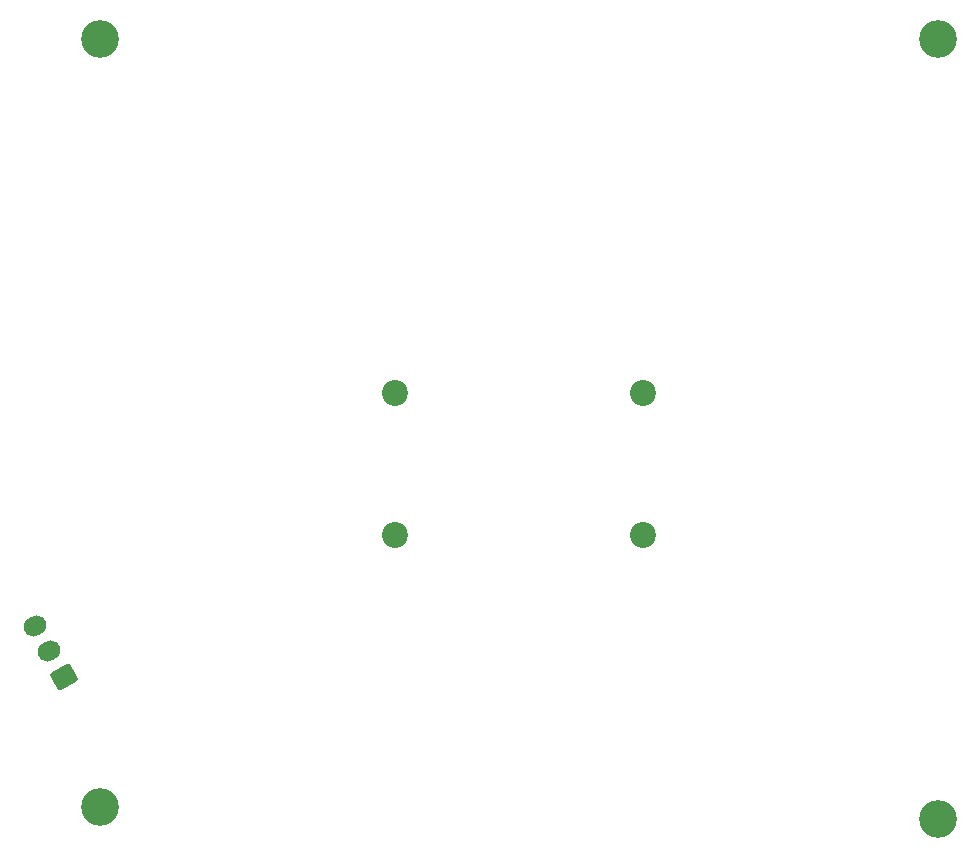
<source format=gbr>
%TF.GenerationSoftware,KiCad,Pcbnew,9.0.7-9.0.7~ubuntu24.04.1*%
%TF.CreationDate,2026-01-05T15:50:35+05:30*%
%TF.ProjectId,RPI_Cam3_RL,5250495f-4361-46d3-935f-524c2e6b6963,rev?*%
%TF.SameCoordinates,Original*%
%TF.FileFunction,Soldermask,Bot*%
%TF.FilePolarity,Negative*%
%FSLAX46Y46*%
G04 Gerber Fmt 4.6, Leading zero omitted, Abs format (unit mm)*
G04 Created by KiCad (PCBNEW 9.0.7-9.0.7~ubuntu24.04.1) date 2026-01-05 15:50:35*
%MOMM*%
%LPD*%
G01*
G04 APERTURE LIST*
G04 Aperture macros list*
%AMRoundRect*
0 Rectangle with rounded corners*
0 $1 Rounding radius*
0 $2 $3 $4 $5 $6 $7 $8 $9 X,Y pos of 4 corners*
0 Add a 4 corners polygon primitive as box body*
4,1,4,$2,$3,$4,$5,$6,$7,$8,$9,$2,$3,0*
0 Add four circle primitives for the rounded corners*
1,1,$1+$1,$2,$3*
1,1,$1+$1,$4,$5*
1,1,$1+$1,$6,$7*
1,1,$1+$1,$8,$9*
0 Add four rect primitives between the rounded corners*
20,1,$1+$1,$2,$3,$4,$5,0*
20,1,$1+$1,$4,$5,$6,$7,0*
20,1,$1+$1,$6,$7,$8,$9,0*
20,1,$1+$1,$8,$9,$2,$3,0*%
%AMHorizOval*
0 Thick line with rounded ends*
0 $1 width*
0 $2 $3 position (X,Y) of the first rounded end (center of the circle)*
0 $4 $5 position (X,Y) of the second rounded end (center of the circle)*
0 Add line between two ends*
20,1,$1,$2,$3,$4,$5,0*
0 Add two circle primitives to create the rounded ends*
1,1,$1,$2,$3*
1,1,$1,$4,$5*%
G04 Aperture macros list end*
%ADD10C,2.200000*%
%ADD11RoundRect,0.250000X0.927868X-0.157115X0.327868X0.882115X-0.927868X0.157115X-0.327868X-0.882115X0*%
%ADD12HorizOval,1.700000X0.108253X0.062500X-0.108253X-0.062500X0*%
%ADD13C,3.200000*%
G04 APERTURE END LIST*
D10*
%TO.C,H3*%
X160000000Y-105000000D03*
%TD*%
%TO.C,H2*%
X139000000Y-117000000D03*
%TD*%
%TO.C,H1*%
X139000000Y-105000000D03*
%TD*%
D11*
%TO.C,J1*%
X111000000Y-129000000D03*
D12*
X109750000Y-126834936D03*
X108500000Y-124669873D03*
%TD*%
D13*
%TO.C,H8*%
X114000000Y-140000000D03*
%TD*%
D10*
%TO.C,H4*%
X160000000Y-117000000D03*
%TD*%
D13*
%TO.C,H6*%
X114000000Y-75000000D03*
%TD*%
%TO.C,H5*%
X185000000Y-75000000D03*
%TD*%
%TO.C,H7*%
X185000000Y-141000000D03*
%TD*%
M02*

</source>
